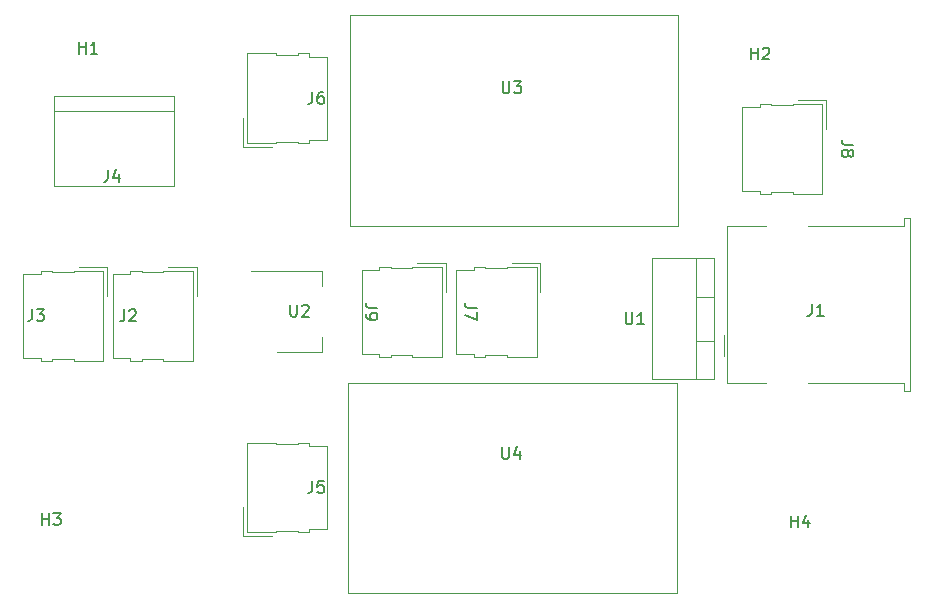
<source format=gbr>
%TF.GenerationSoftware,KiCad,Pcbnew,6.0.7+dfsg-1+b1*%
%TF.CreationDate,2022-10-20T00:29:16-05:00*%
%TF.ProjectId,solar_battery_charge,736f6c61-725f-4626-9174-746572795f63,rev?*%
%TF.SameCoordinates,Original*%
%TF.FileFunction,Legend,Top*%
%TF.FilePolarity,Positive*%
%FSLAX46Y46*%
G04 Gerber Fmt 4.6, Leading zero omitted, Abs format (unit mm)*
G04 Created by KiCad (PCBNEW 6.0.7+dfsg-1+b1) date 2022-10-20 00:29:16*
%MOMM*%
%LPD*%
G01*
G04 APERTURE LIST*
%ADD10C,0.150000*%
%ADD11C,0.120000*%
G04 APERTURE END LIST*
D10*
%TO.C,J9*%
X127830119Y-49666666D02*
X127115833Y-49666666D01*
X126972976Y-49619047D01*
X126877738Y-49523809D01*
X126830119Y-49380952D01*
X126830119Y-49285714D01*
X126830119Y-50190476D02*
X126830119Y-50380952D01*
X126877738Y-50476190D01*
X126925357Y-50523809D01*
X127068214Y-50619047D01*
X127258690Y-50666666D01*
X127639642Y-50666666D01*
X127734880Y-50619047D01*
X127782500Y-50571428D01*
X127830119Y-50476190D01*
X127830119Y-50285714D01*
X127782500Y-50190476D01*
X127734880Y-50142857D01*
X127639642Y-50095238D01*
X127401547Y-50095238D01*
X127306309Y-50142857D01*
X127258690Y-50190476D01*
X127211071Y-50285714D01*
X127211071Y-50476190D01*
X127258690Y-50571428D01*
X127306309Y-50619047D01*
X127401547Y-50666666D01*
%TO.C,J8*%
X168130119Y-35866666D02*
X167415833Y-35866666D01*
X167272976Y-35819047D01*
X167177738Y-35723809D01*
X167130119Y-35580952D01*
X167130119Y-35485714D01*
X167701547Y-36485714D02*
X167749166Y-36390476D01*
X167796785Y-36342857D01*
X167892023Y-36295238D01*
X167939642Y-36295238D01*
X168034880Y-36342857D01*
X168082500Y-36390476D01*
X168130119Y-36485714D01*
X168130119Y-36676190D01*
X168082500Y-36771428D01*
X168034880Y-36819047D01*
X167939642Y-36866666D01*
X167892023Y-36866666D01*
X167796785Y-36819047D01*
X167749166Y-36771428D01*
X167701547Y-36676190D01*
X167701547Y-36485714D01*
X167653928Y-36390476D01*
X167606309Y-36342857D01*
X167511071Y-36295238D01*
X167320595Y-36295238D01*
X167225357Y-36342857D01*
X167177738Y-36390476D01*
X167130119Y-36485714D01*
X167130119Y-36676190D01*
X167177738Y-36771428D01*
X167225357Y-36819047D01*
X167320595Y-36866666D01*
X167511071Y-36866666D01*
X167606309Y-36819047D01*
X167653928Y-36771428D01*
X167701547Y-36676190D01*
%TO.C,U1*%
X148838095Y-50052380D02*
X148838095Y-50861904D01*
X148885714Y-50957142D01*
X148933333Y-51004761D01*
X149028571Y-51052380D01*
X149219047Y-51052380D01*
X149314285Y-51004761D01*
X149361904Y-50957142D01*
X149409523Y-50861904D01*
X149409523Y-50052380D01*
X150409523Y-51052380D02*
X149838095Y-51052380D01*
X150123809Y-51052380D02*
X150123809Y-50052380D01*
X150028571Y-50195238D01*
X149933333Y-50290476D01*
X149838095Y-50338095D01*
%TO.C,J4*%
X105016666Y-37997380D02*
X105016666Y-38711666D01*
X104969047Y-38854523D01*
X104873809Y-38949761D01*
X104730952Y-38997380D01*
X104635714Y-38997380D01*
X105921428Y-38330714D02*
X105921428Y-38997380D01*
X105683333Y-37949761D02*
X105445238Y-38664047D01*
X106064285Y-38664047D01*
%TO.C,H3*%
X99438095Y-68052380D02*
X99438095Y-67052380D01*
X99438095Y-67528571D02*
X100009523Y-67528571D01*
X100009523Y-68052380D02*
X100009523Y-67052380D01*
X100390476Y-67052380D02*
X101009523Y-67052380D01*
X100676190Y-67433333D01*
X100819047Y-67433333D01*
X100914285Y-67480952D01*
X100961904Y-67528571D01*
X101009523Y-67623809D01*
X101009523Y-67861904D01*
X100961904Y-67957142D01*
X100914285Y-68004761D01*
X100819047Y-68052380D01*
X100533333Y-68052380D01*
X100438095Y-68004761D01*
X100390476Y-67957142D01*
%TO.C,J2*%
X106384166Y-49802380D02*
X106384166Y-50516666D01*
X106336547Y-50659523D01*
X106241309Y-50754761D01*
X106098452Y-50802380D01*
X106003214Y-50802380D01*
X106812738Y-49897619D02*
X106860357Y-49850000D01*
X106955595Y-49802380D01*
X107193690Y-49802380D01*
X107288928Y-49850000D01*
X107336547Y-49897619D01*
X107384166Y-49992857D01*
X107384166Y-50088095D01*
X107336547Y-50230952D01*
X106765119Y-50802380D01*
X107384166Y-50802380D01*
%TO.C,H4*%
X162838095Y-68252380D02*
X162838095Y-67252380D01*
X162838095Y-67728571D02*
X163409523Y-67728571D01*
X163409523Y-68252380D02*
X163409523Y-67252380D01*
X164314285Y-67585714D02*
X164314285Y-68252380D01*
X164076190Y-67204761D02*
X163838095Y-67919047D01*
X164457142Y-67919047D01*
%TO.C,J6*%
X122316666Y-31382380D02*
X122316666Y-32096666D01*
X122269047Y-32239523D01*
X122173809Y-32334761D01*
X122030952Y-32382380D01*
X121935714Y-32382380D01*
X123221428Y-31382380D02*
X123030952Y-31382380D01*
X122935714Y-31430000D01*
X122888095Y-31477619D01*
X122792857Y-31620476D01*
X122745238Y-31810952D01*
X122745238Y-32191904D01*
X122792857Y-32287142D01*
X122840476Y-32334761D01*
X122935714Y-32382380D01*
X123126190Y-32382380D01*
X123221428Y-32334761D01*
X123269047Y-32287142D01*
X123316666Y-32191904D01*
X123316666Y-31953809D01*
X123269047Y-31858571D01*
X123221428Y-31810952D01*
X123126190Y-31763333D01*
X122935714Y-31763333D01*
X122840476Y-31810952D01*
X122792857Y-31858571D01*
X122745238Y-31953809D01*
%TO.C,U2*%
X120446395Y-49404380D02*
X120446395Y-50213904D01*
X120494014Y-50309142D01*
X120541633Y-50356761D01*
X120636871Y-50404380D01*
X120827347Y-50404380D01*
X120922585Y-50356761D01*
X120970204Y-50309142D01*
X121017823Y-50213904D01*
X121017823Y-49404380D01*
X121446395Y-49499619D02*
X121494014Y-49452000D01*
X121589252Y-49404380D01*
X121827347Y-49404380D01*
X121922585Y-49452000D01*
X121970204Y-49499619D01*
X122017823Y-49594857D01*
X122017823Y-49690095D01*
X121970204Y-49832952D01*
X121398776Y-50404380D01*
X122017823Y-50404380D01*
%TO.C,H1*%
X102538095Y-28132380D02*
X102538095Y-27132380D01*
X102538095Y-27608571D02*
X103109523Y-27608571D01*
X103109523Y-28132380D02*
X103109523Y-27132380D01*
X104109523Y-28132380D02*
X103538095Y-28132380D01*
X103823809Y-28132380D02*
X103823809Y-27132380D01*
X103728571Y-27275238D01*
X103633333Y-27370476D01*
X103538095Y-27418095D01*
%TO.C,J7*%
X136221819Y-49666666D02*
X135507533Y-49666666D01*
X135364676Y-49619047D01*
X135269438Y-49523809D01*
X135221819Y-49380952D01*
X135221819Y-49285714D01*
X136221819Y-50047619D02*
X136221819Y-50714285D01*
X135221819Y-50285714D01*
%TO.C,U3*%
X138433295Y-30485180D02*
X138433295Y-31294704D01*
X138480914Y-31389942D01*
X138528533Y-31437561D01*
X138623771Y-31485180D01*
X138814247Y-31485180D01*
X138909485Y-31437561D01*
X138957104Y-31389942D01*
X139004723Y-31294704D01*
X139004723Y-30485180D01*
X139385676Y-30485180D02*
X140004723Y-30485180D01*
X139671390Y-30866133D01*
X139814247Y-30866133D01*
X139909485Y-30913752D01*
X139957104Y-30961371D01*
X140004723Y-31056609D01*
X140004723Y-31294704D01*
X139957104Y-31389942D01*
X139909485Y-31437561D01*
X139814247Y-31485180D01*
X139528533Y-31485180D01*
X139433295Y-31437561D01*
X139385676Y-31389942D01*
%TO.C,J3*%
X98594166Y-49782380D02*
X98594166Y-50496666D01*
X98546547Y-50639523D01*
X98451309Y-50734761D01*
X98308452Y-50782380D01*
X98213214Y-50782380D01*
X98975119Y-49782380D02*
X99594166Y-49782380D01*
X99260833Y-50163333D01*
X99403690Y-50163333D01*
X99498928Y-50210952D01*
X99546547Y-50258571D01*
X99594166Y-50353809D01*
X99594166Y-50591904D01*
X99546547Y-50687142D01*
X99498928Y-50734761D01*
X99403690Y-50782380D01*
X99117976Y-50782380D01*
X99022738Y-50734761D01*
X98975119Y-50687142D01*
%TO.C,J1*%
X164617466Y-49349980D02*
X164617466Y-50064266D01*
X164569847Y-50207123D01*
X164474609Y-50302361D01*
X164331752Y-50349980D01*
X164236514Y-50349980D01*
X165617466Y-50349980D02*
X165046038Y-50349980D01*
X165331752Y-50349980D02*
X165331752Y-49349980D01*
X165236514Y-49492838D01*
X165141276Y-49588076D01*
X165046038Y-49635695D01*
%TO.C,H2*%
X159448095Y-28632380D02*
X159448095Y-27632380D01*
X159448095Y-28108571D02*
X160019523Y-28108571D01*
X160019523Y-28632380D02*
X160019523Y-27632380D01*
X160448095Y-27727619D02*
X160495714Y-27680000D01*
X160590952Y-27632380D01*
X160829047Y-27632380D01*
X160924285Y-27680000D01*
X160971904Y-27727619D01*
X161019523Y-27822857D01*
X161019523Y-27918095D01*
X160971904Y-28060952D01*
X160400476Y-28632380D01*
X161019523Y-28632380D01*
%TO.C,J5*%
X122316666Y-64323980D02*
X122316666Y-65038266D01*
X122269047Y-65181123D01*
X122173809Y-65276361D01*
X122030952Y-65323980D01*
X121935714Y-65323980D01*
X123269047Y-64323980D02*
X122792857Y-64323980D01*
X122745238Y-64800171D01*
X122792857Y-64752552D01*
X122888095Y-64704933D01*
X123126190Y-64704933D01*
X123221428Y-64752552D01*
X123269047Y-64800171D01*
X123316666Y-64895409D01*
X123316666Y-65133504D01*
X123269047Y-65228742D01*
X123221428Y-65276361D01*
X123126190Y-65323980D01*
X122888095Y-65323980D01*
X122792857Y-65276361D01*
X122745238Y-65228742D01*
%TO.C,U4*%
X138385895Y-61444780D02*
X138385895Y-62254304D01*
X138433514Y-62349542D01*
X138481133Y-62397161D01*
X138576371Y-62444780D01*
X138766847Y-62444780D01*
X138862085Y-62397161D01*
X138909704Y-62349542D01*
X138957323Y-62254304D01*
X138957323Y-61444780D01*
X139862085Y-61778114D02*
X139862085Y-62444780D01*
X139623990Y-61397161D02*
X139385895Y-62111447D01*
X140004942Y-62111447D01*
D11*
%TO.C,J9*%
X126482500Y-53540000D02*
X127982500Y-53540000D01*
X127982500Y-46200000D02*
X127982500Y-46460000D01*
X127982500Y-53540000D02*
X127982500Y-53800000D01*
X130772500Y-46200000D02*
X130772500Y-46330000D01*
X128962500Y-46200000D02*
X127982500Y-46200000D01*
X127982500Y-46460000D02*
X126482500Y-46460000D01*
X127982500Y-53800000D02*
X128962500Y-53800000D01*
X133302500Y-46200000D02*
X130772500Y-46200000D01*
X133302500Y-53800000D02*
X133302500Y-46200000D01*
X128962500Y-46330000D02*
X128962500Y-46200000D01*
X130772500Y-53670000D02*
X130772500Y-53800000D01*
X130772500Y-46330000D02*
X128962500Y-46330000D01*
X128962500Y-53670000D02*
X130772500Y-53670000D01*
X133602500Y-45900000D02*
X133602500Y-48310000D01*
X130772500Y-53800000D02*
X133302500Y-53800000D01*
X128962500Y-53800000D02*
X128962500Y-53670000D01*
X126482500Y-46460000D02*
X126482500Y-53540000D01*
X131192500Y-45900000D02*
X133602500Y-45900000D01*
%TO.C,J8*%
X158682500Y-39740000D02*
X160182500Y-39740000D01*
X160182500Y-32400000D02*
X160182500Y-32660000D01*
X160182500Y-39740000D02*
X160182500Y-40000000D01*
X162972500Y-32400000D02*
X162972500Y-32530000D01*
X161162500Y-32400000D02*
X160182500Y-32400000D01*
X160182500Y-32660000D02*
X158682500Y-32660000D01*
X160182500Y-40000000D02*
X161162500Y-40000000D01*
X165502500Y-32400000D02*
X162972500Y-32400000D01*
X165502500Y-40000000D02*
X165502500Y-32400000D01*
X161162500Y-32530000D02*
X161162500Y-32400000D01*
X162972500Y-39870000D02*
X162972500Y-40000000D01*
X162972500Y-32530000D02*
X161162500Y-32530000D01*
X161162500Y-39870000D02*
X162972500Y-39870000D01*
X165802500Y-32100000D02*
X165802500Y-34510000D01*
X162972500Y-40000000D02*
X165502500Y-40000000D01*
X161162500Y-40000000D02*
X161162500Y-39870000D01*
X158682500Y-32660000D02*
X158682500Y-39740000D01*
X163392500Y-32100000D02*
X165802500Y-32100000D01*
%TO.C,U1*%
X156287500Y-45475000D02*
X151107500Y-45475000D01*
X156287500Y-52446000D02*
X154777500Y-52446000D01*
X151087500Y-45465000D02*
X151097500Y-55715000D01*
X154777500Y-45475000D02*
X154777500Y-55715000D01*
X156287500Y-55715000D02*
X151097500Y-55715000D01*
X156287500Y-48745000D02*
X154777500Y-48745000D01*
X156287500Y-45475000D02*
X156287500Y-55715000D01*
%TO.C,J4*%
X100470000Y-31690000D02*
X100470000Y-39310000D01*
X100470000Y-39310000D02*
X110630000Y-39310000D01*
X110630000Y-31690000D02*
X100470000Y-31690000D01*
X110630000Y-39310000D02*
X110630000Y-31690000D01*
X100470000Y-32960000D02*
X110630000Y-32960000D01*
%TO.C,J2*%
X109700000Y-46660000D02*
X107890000Y-46660000D01*
X109700000Y-46530000D02*
X109700000Y-46660000D01*
X107890000Y-54130000D02*
X107890000Y-54000000D01*
X107890000Y-46660000D02*
X107890000Y-46530000D01*
X107890000Y-46530000D02*
X106910000Y-46530000D01*
X106910000Y-46790000D02*
X105410000Y-46790000D01*
X105410000Y-46790000D02*
X105410000Y-53870000D01*
X106910000Y-53870000D02*
X106910000Y-54130000D01*
X109700000Y-54130000D02*
X112230000Y-54130000D01*
X107890000Y-54000000D02*
X109700000Y-54000000D01*
X105410000Y-53870000D02*
X106910000Y-53870000D01*
X109700000Y-54000000D02*
X109700000Y-54130000D01*
X106910000Y-46530000D02*
X106910000Y-46790000D01*
X110120000Y-46230000D02*
X112530000Y-46230000D01*
X106910000Y-54130000D02*
X107890000Y-54130000D01*
X112230000Y-54130000D02*
X112230000Y-46530000D01*
X112230000Y-46530000D02*
X109700000Y-46530000D01*
X112530000Y-46230000D02*
X112530000Y-48640000D01*
%TO.C,J6*%
X123567500Y-28390000D02*
X122067500Y-28390000D01*
X119277500Y-28260000D02*
X119277500Y-28130000D01*
X121087500Y-35600000D02*
X121087500Y-35730000D01*
X122067500Y-28130000D02*
X121087500Y-28130000D01*
X116747500Y-35730000D02*
X119277500Y-35730000D01*
X116447500Y-36030000D02*
X116447500Y-33620000D01*
X119277500Y-28130000D02*
X116747500Y-28130000D01*
X121087500Y-35730000D02*
X122067500Y-35730000D01*
X122067500Y-35730000D02*
X122067500Y-35470000D01*
X119277500Y-35730000D02*
X119277500Y-35600000D01*
X121087500Y-28130000D02*
X121087500Y-28260000D01*
X119277500Y-35600000D02*
X121087500Y-35600000D01*
X116747500Y-28130000D02*
X116747500Y-35730000D01*
X122067500Y-28390000D02*
X122067500Y-28130000D01*
X118857500Y-36030000D02*
X116447500Y-36030000D01*
X121087500Y-28260000D02*
X119277500Y-28260000D01*
X122067500Y-35470000D02*
X123567500Y-35470000D01*
X123567500Y-35470000D02*
X123567500Y-28390000D01*
%TO.C,U2*%
X119358300Y-53362000D02*
X123118300Y-53362000D01*
X117108300Y-46542000D02*
X123118300Y-46542000D01*
X123118300Y-53362000D02*
X123118300Y-52102000D01*
X123118300Y-46542000D02*
X123118300Y-47802000D01*
%TO.C,J7*%
X134482500Y-46460000D02*
X134482500Y-53540000D01*
X136962500Y-53670000D02*
X138772500Y-53670000D01*
X138772500Y-46200000D02*
X138772500Y-46330000D01*
X139192500Y-45900000D02*
X141602500Y-45900000D01*
X141302500Y-46200000D02*
X138772500Y-46200000D01*
X141602500Y-45900000D02*
X141602500Y-48310000D01*
X138772500Y-53670000D02*
X138772500Y-53800000D01*
X134482500Y-53540000D02*
X135982500Y-53540000D01*
X135982500Y-53800000D02*
X136962500Y-53800000D01*
X141302500Y-53800000D02*
X141302500Y-46200000D01*
X136962500Y-46330000D02*
X136962500Y-46200000D01*
X136962500Y-46200000D02*
X135982500Y-46200000D01*
X135982500Y-46460000D02*
X134482500Y-46460000D01*
X138772500Y-46330000D02*
X136962500Y-46330000D01*
X136962500Y-53800000D02*
X136962500Y-53670000D01*
X138772500Y-53800000D02*
X141302500Y-53800000D01*
X135982500Y-53540000D02*
X135982500Y-53800000D01*
X135982500Y-46200000D02*
X135982500Y-46460000D01*
%TO.C,U3*%
X125500200Y-24902800D02*
X125500200Y-42702800D01*
X153300200Y-24902800D02*
X125550200Y-24902800D01*
X125500200Y-42702800D02*
X153250200Y-42702800D01*
X153300200Y-42702800D02*
X153300200Y-24902800D01*
%TO.C,J3*%
X99310000Y-54130000D02*
X100290000Y-54130000D01*
X104930000Y-46230000D02*
X104930000Y-48640000D01*
X102100000Y-54130000D02*
X104630000Y-54130000D01*
X104630000Y-54130000D02*
X104630000Y-46530000D01*
X100290000Y-54130000D02*
X100290000Y-54000000D01*
X102520000Y-46230000D02*
X104930000Y-46230000D01*
X102100000Y-46660000D02*
X100290000Y-46660000D01*
X100290000Y-54000000D02*
X102100000Y-54000000D01*
X97810000Y-53870000D02*
X99310000Y-53870000D01*
X102100000Y-46530000D02*
X102100000Y-46660000D01*
X100290000Y-46530000D02*
X99310000Y-46530000D01*
X99310000Y-53870000D02*
X99310000Y-54130000D01*
X100290000Y-46660000D02*
X100290000Y-46530000D01*
X99310000Y-46790000D02*
X97810000Y-46790000D01*
X99310000Y-46530000D02*
X99310000Y-46790000D01*
X97810000Y-46790000D02*
X97810000Y-53870000D01*
X102100000Y-54000000D02*
X102100000Y-54130000D01*
X104630000Y-46530000D02*
X102100000Y-46530000D01*
%TO.C,J1*%
X172370800Y-56037600D02*
X164260800Y-56037600D01*
X172370800Y-42067600D02*
X172370800Y-42717600D01*
X172370800Y-56687600D02*
X172890800Y-56687600D01*
X157190800Y-53777600D02*
X157190800Y-51977600D01*
X164260800Y-42717600D02*
X172370800Y-42717600D01*
X172890800Y-42067600D02*
X172370800Y-42067600D01*
X172370800Y-56037600D02*
X172370800Y-56687600D01*
X157410800Y-56037600D02*
X160740800Y-56037600D01*
X172890800Y-56687600D02*
X172890800Y-42067600D01*
X157410800Y-56037600D02*
X157410800Y-42717600D01*
X157410800Y-42717600D02*
X160740800Y-42717600D01*
%TO.C,J5*%
X119277500Y-61201600D02*
X119277500Y-61071600D01*
X122067500Y-68411600D02*
X123567500Y-68411600D01*
X122067500Y-61331600D02*
X122067500Y-61071600D01*
X118857500Y-68971600D02*
X116447500Y-68971600D01*
X121087500Y-61201600D02*
X119277500Y-61201600D01*
X123567500Y-61331600D02*
X122067500Y-61331600D01*
X122067500Y-61071600D02*
X121087500Y-61071600D01*
X121087500Y-61071600D02*
X121087500Y-61201600D01*
X116447500Y-68971600D02*
X116447500Y-66561600D01*
X122067500Y-68671600D02*
X122067500Y-68411600D01*
X121087500Y-68541600D02*
X121087500Y-68671600D01*
X119277500Y-61071600D02*
X116747500Y-61071600D01*
X121087500Y-68671600D02*
X122067500Y-68671600D01*
X119277500Y-68541600D02*
X121087500Y-68541600D01*
X116747500Y-68671600D02*
X119277500Y-68671600D01*
X116747500Y-61071600D02*
X116747500Y-68671600D01*
X123567500Y-68411600D02*
X123567500Y-61331600D01*
X119277500Y-68671600D02*
X119277500Y-68541600D01*
%TO.C,U4*%
X125347800Y-73792400D02*
X153097800Y-73792400D01*
X153147800Y-73792400D02*
X153147800Y-55992400D01*
X125347800Y-55992400D02*
X125347800Y-73792400D01*
X153147800Y-55992400D02*
X125397800Y-55992400D01*
%TD*%
M02*

</source>
